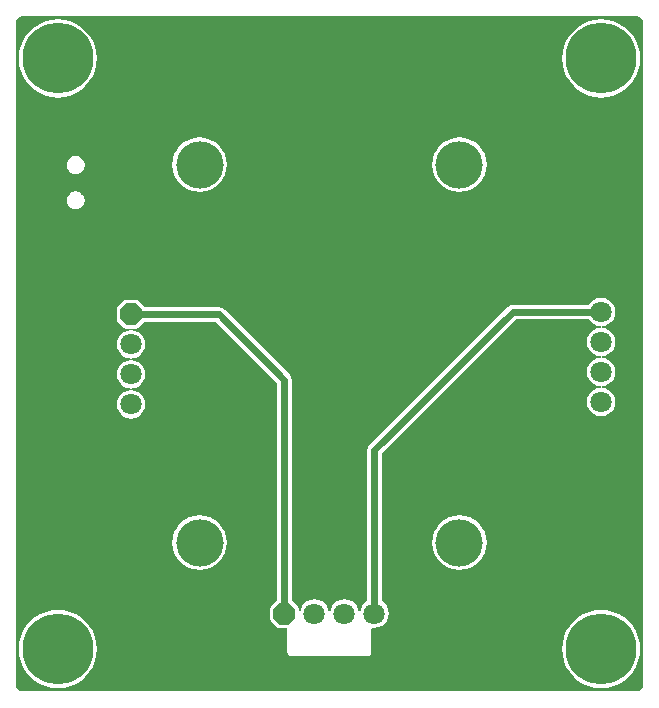
<source format=gbl>
G04 Layer_Physical_Order=2*
G04 Layer_Color=16711680*
%FSLAX44Y44*%
%MOMM*%
G71*
G01*
G75*
%ADD15C,0.6000*%
%ADD16C,6.0000*%
%ADD17C,1.8000*%
%ADD18P,1.9483X8X292.5*%
%ADD19P,1.9483X8X22.5*%
%ADD20C,4.0000*%
G36*
X537186Y585278D02*
X539040Y584040D01*
X540278Y582186D01*
X540680Y580167D01*
X540646Y580000D01*
Y20000D01*
X540680Y19833D01*
X540278Y17814D01*
X539040Y15960D01*
X537186Y14722D01*
X536199Y14526D01*
X535000Y14354D01*
Y14354D01*
X15000D01*
X14833Y14320D01*
X12814Y14722D01*
X10961Y15960D01*
X9722Y17814D01*
X9526Y18801D01*
X9354Y20000D01*
X9354D01*
Y580000D01*
X9320Y580167D01*
X9722Y582186D01*
X10961Y584040D01*
X12814Y585278D01*
X14833Y585680D01*
X15000Y585646D01*
X535000D01*
X535167Y585680D01*
X537186Y585278D01*
D02*
G37*
%LPC*%
G36*
X165000Y163111D02*
X160491Y162667D01*
X156156Y161352D01*
X152160Y159216D01*
X148658Y156342D01*
X145784Y152840D01*
X143648Y148844D01*
X142333Y144509D01*
X141889Y140000D01*
X142333Y135491D01*
X143648Y131156D01*
X145784Y127160D01*
X148658Y123658D01*
X152160Y120784D01*
X156156Y118648D01*
X160491Y117333D01*
X165000Y116889D01*
X169509Y117333D01*
X173844Y118648D01*
X177840Y120784D01*
X181342Y123658D01*
X184216Y127160D01*
X186352Y131156D01*
X187667Y135491D01*
X188111Y140000D01*
X187667Y144509D01*
X186352Y148844D01*
X184216Y152840D01*
X181342Y156342D01*
X177840Y159216D01*
X173844Y161352D01*
X169509Y162667D01*
X165000Y163111D01*
D02*
G37*
G36*
X385000D02*
X380491Y162667D01*
X376156Y161352D01*
X372160Y159216D01*
X368658Y156342D01*
X365784Y152840D01*
X363648Y148844D01*
X362333Y144509D01*
X361889Y140000D01*
X362333Y135491D01*
X363648Y131156D01*
X365784Y127160D01*
X368658Y123658D01*
X372160Y120784D01*
X376156Y118648D01*
X380491Y117333D01*
X385000Y116889D01*
X389509Y117333D01*
X393844Y118648D01*
X397840Y120784D01*
X401342Y123658D01*
X404216Y127160D01*
X406352Y131156D01*
X407667Y135491D01*
X408111Y140000D01*
X407667Y144509D01*
X406352Y148844D01*
X404216Y152840D01*
X401342Y156342D01*
X397840Y159216D01*
X393844Y161352D01*
X389509Y162667D01*
X385000Y163111D01*
D02*
G37*
G36*
X505000Y347504D02*
X501867Y347091D01*
X498948Y345882D01*
X496441Y343959D01*
X494568Y341517D01*
X430400D01*
X428059Y341052D01*
X426074Y339726D01*
X308774Y222426D01*
X307448Y220441D01*
X306982Y218100D01*
Y90431D01*
X304541Y88559D01*
X302618Y86052D01*
X301409Y83133D01*
X301116Y80905D01*
X301040Y80334D01*
X299760D01*
X299684Y80905D01*
X299391Y83133D01*
X298182Y86052D01*
X296259Y88559D01*
X293752Y90482D01*
X290833Y91691D01*
X287700Y92104D01*
X284567Y91691D01*
X281648Y90482D01*
X279142Y88559D01*
X277218Y86052D01*
X276009Y83133D01*
X275716Y80905D01*
X275640Y80334D01*
X274360D01*
X274284Y80905D01*
X273991Y83133D01*
X272782Y86052D01*
X270858Y88559D01*
X268352Y90482D01*
X265433Y91691D01*
X262300Y92104D01*
X259167Y91691D01*
X256248Y90482D01*
X253741Y88559D01*
X251818Y86052D01*
X250609Y83133D01*
X250362Y81255D01*
X249656Y80910D01*
X249029Y80862D01*
X248959Y80944D01*
Y84500D01*
X248959Y84500D01*
X248726Y85670D01*
X248063Y86663D01*
X243563Y91163D01*
X243018Y91527D01*
Y278100D01*
X242552Y280441D01*
X241226Y282426D01*
X185976Y337676D01*
X183991Y339002D01*
X181650Y339468D01*
X118527D01*
X118163Y340013D01*
X113663Y344513D01*
X112670Y345176D01*
X111500Y345409D01*
X102500D01*
X102500Y345409D01*
X101329Y345176D01*
X100337Y344513D01*
X95837Y340013D01*
X95174Y339021D01*
X94941Y337850D01*
Y328850D01*
X94941Y328850D01*
X95174Y327679D01*
X95837Y326687D01*
X100337Y322187D01*
X101329Y321524D01*
X102500Y321291D01*
X106671D01*
X106755Y320021D01*
X106038Y319927D01*
X103867Y319641D01*
X100948Y318432D01*
X98441Y316509D01*
X96518Y314002D01*
X95309Y311083D01*
X94896Y307950D01*
X95309Y304817D01*
X96518Y301898D01*
X98441Y299391D01*
X100948Y297468D01*
X103867Y296259D01*
X106095Y295966D01*
X106666Y295890D01*
Y294610D01*
X106095Y294534D01*
X103867Y294241D01*
X100948Y293032D01*
X98441Y291108D01*
X96518Y288602D01*
X95309Y285683D01*
X94896Y282550D01*
X95309Y279417D01*
X96518Y276498D01*
X98441Y273992D01*
X100948Y272068D01*
X103867Y270859D01*
X106095Y270566D01*
X106666Y270490D01*
Y269210D01*
X106095Y269134D01*
X103867Y268841D01*
X100948Y267632D01*
X98441Y265709D01*
X96518Y263202D01*
X95309Y260283D01*
X94896Y257150D01*
X95309Y254017D01*
X96518Y251098D01*
X98441Y248591D01*
X100948Y246668D01*
X103867Y245459D01*
X107000Y245047D01*
X110133Y245459D01*
X113052Y246668D01*
X115559Y248591D01*
X117482Y251098D01*
X118691Y254017D01*
X119103Y257150D01*
X118691Y260283D01*
X117482Y263202D01*
X115559Y265709D01*
X113052Y267632D01*
X110133Y268841D01*
X107905Y269134D01*
X107334Y269210D01*
Y270490D01*
X107905Y270566D01*
X110133Y270859D01*
X113052Y272068D01*
X115559Y273992D01*
X117482Y276498D01*
X118691Y279417D01*
X119103Y282550D01*
X118691Y285683D01*
X117482Y288602D01*
X115559Y291108D01*
X113052Y293032D01*
X110133Y294241D01*
X107905Y294534D01*
X107334Y294610D01*
Y295890D01*
X107905Y295966D01*
X110133Y296259D01*
X113052Y297468D01*
X115559Y299391D01*
X117482Y301898D01*
X118691Y304817D01*
X119103Y307950D01*
X118691Y311083D01*
X117482Y314002D01*
X115559Y316509D01*
X113052Y318432D01*
X110133Y319641D01*
X107962Y319927D01*
X107245Y320021D01*
X107329Y321291D01*
X111500D01*
X111500Y321291D01*
X112670Y321524D01*
X113663Y322187D01*
X118163Y326687D01*
X118527Y327233D01*
X179116D01*
X230783Y275566D01*
Y91527D01*
X230237Y91163D01*
X225737Y86663D01*
X225074Y85670D01*
X224841Y84500D01*
Y75500D01*
X224841Y75500D01*
X225074Y74330D01*
X225737Y73337D01*
X230237Y68837D01*
X231229Y68174D01*
X232400Y67941D01*
X238833D01*
X239441Y67200D01*
Y47200D01*
X239674Y46029D01*
X240337Y45037D01*
X241329Y44374D01*
X242500Y44141D01*
X307500D01*
X308671Y44374D01*
X309663Y45037D01*
X310326Y46029D01*
X310559Y47200D01*
Y66950D01*
X311352Y68046D01*
X311418Y68118D01*
X313100Y67896D01*
X316233Y68309D01*
X319152Y69518D01*
X321659Y71441D01*
X323582Y73948D01*
X324791Y76867D01*
X325204Y80000D01*
X324791Y83133D01*
X323582Y86052D01*
X321659Y88559D01*
X319217Y90431D01*
Y215566D01*
X432934Y329282D01*
X494568D01*
X496441Y326842D01*
X498948Y324918D01*
X501867Y323709D01*
X504095Y323416D01*
X504666Y323340D01*
Y322060D01*
X504095Y321984D01*
X501867Y321691D01*
X498948Y320482D01*
X496441Y318559D01*
X494518Y316052D01*
X493309Y313133D01*
X492896Y310000D01*
X493309Y306867D01*
X494518Y303948D01*
X496441Y301441D01*
X498948Y299518D01*
X501867Y298309D01*
X504095Y298016D01*
X504666Y297940D01*
Y296660D01*
X504095Y296584D01*
X501867Y296291D01*
X498948Y295082D01*
X496441Y293158D01*
X494518Y290652D01*
X493309Y287733D01*
X492896Y284600D01*
X493309Y281467D01*
X494518Y278548D01*
X496441Y276042D01*
X498948Y274118D01*
X501867Y272909D01*
X504095Y272616D01*
X504666Y272540D01*
Y271260D01*
X504095Y271184D01*
X501867Y270891D01*
X498948Y269682D01*
X496441Y267759D01*
X494518Y265252D01*
X493309Y262333D01*
X492896Y259200D01*
X493309Y256067D01*
X494518Y253148D01*
X496441Y250641D01*
X498948Y248718D01*
X501867Y247509D01*
X505000Y247097D01*
X508133Y247509D01*
X511052Y248718D01*
X513559Y250641D01*
X515482Y253148D01*
X516691Y256067D01*
X517104Y259200D01*
X516691Y262333D01*
X515482Y265252D01*
X513559Y267759D01*
X511052Y269682D01*
X508133Y270891D01*
X505905Y271184D01*
X505334Y271260D01*
Y272540D01*
X505905Y272616D01*
X508133Y272909D01*
X511052Y274118D01*
X513559Y276042D01*
X515482Y278548D01*
X516691Y281467D01*
X517104Y284600D01*
X516691Y287733D01*
X515482Y290652D01*
X513559Y293158D01*
X511052Y295082D01*
X508133Y296291D01*
X505905Y296584D01*
X505334Y296660D01*
Y297940D01*
X505905Y298016D01*
X508133Y298309D01*
X511052Y299518D01*
X513559Y301441D01*
X515482Y303948D01*
X516691Y306867D01*
X517104Y310000D01*
X516691Y313133D01*
X515482Y316052D01*
X513559Y318559D01*
X511052Y320482D01*
X508133Y321691D01*
X505905Y321984D01*
X505334Y322060D01*
Y323340D01*
X505905Y323416D01*
X508133Y323709D01*
X511052Y324918D01*
X513559Y326842D01*
X515482Y329348D01*
X516691Y332267D01*
X517104Y335400D01*
X516691Y338533D01*
X515482Y341452D01*
X513559Y343959D01*
X511052Y345882D01*
X508133Y347091D01*
X505000Y347504D01*
D02*
G37*
G36*
X45000Y83102D02*
X39822Y82695D01*
X34771Y81482D01*
X29972Y79494D01*
X25543Y76780D01*
X21593Y73407D01*
X18220Y69457D01*
X15506Y65028D01*
X13518Y60229D01*
X12306Y55178D01*
X11898Y50000D01*
X12306Y44822D01*
X13518Y39771D01*
X15506Y34972D01*
X18220Y30543D01*
X21593Y26593D01*
X25543Y23220D01*
X29972Y20506D01*
X34771Y18518D01*
X39822Y17306D01*
X45000Y16898D01*
X50178Y17306D01*
X55229Y18518D01*
X60028Y20506D01*
X64457Y23220D01*
X68407Y26593D01*
X71780Y30543D01*
X74494Y34972D01*
X76482Y39771D01*
X77695Y44822D01*
X78102Y50000D01*
X77695Y55178D01*
X76482Y60229D01*
X74494Y65028D01*
X71780Y69457D01*
X68407Y73407D01*
X64457Y76780D01*
X60028Y79494D01*
X55229Y81482D01*
X50178Y82695D01*
X45000Y83102D01*
D02*
G37*
G36*
X505000D02*
X499822Y82695D01*
X494771Y81482D01*
X489972Y79494D01*
X485543Y76780D01*
X481593Y73407D01*
X478220Y69457D01*
X475506Y65028D01*
X473518Y60229D01*
X472305Y55178D01*
X471898Y50000D01*
X472305Y44822D01*
X473518Y39771D01*
X475506Y34972D01*
X478220Y30543D01*
X481593Y26593D01*
X485543Y23220D01*
X489972Y20506D01*
X494771Y18518D01*
X499822Y17306D01*
X505000Y16898D01*
X510178Y17306D01*
X515229Y18518D01*
X520028Y20506D01*
X524457Y23220D01*
X528407Y26593D01*
X531780Y30543D01*
X534494Y34972D01*
X536482Y39771D01*
X537695Y44822D01*
X538102Y50000D01*
X537695Y55178D01*
X536482Y60229D01*
X534494Y65028D01*
X531780Y69457D01*
X528407Y73407D01*
X524457Y76780D01*
X520028Y79494D01*
X515229Y81482D01*
X510178Y82695D01*
X505000Y83102D01*
D02*
G37*
G36*
X60597Y437348D02*
X59403D01*
X57648Y436999D01*
X56545Y436542D01*
X55056Y435548D01*
X54212Y434704D01*
X53218Y433215D01*
X52761Y432113D01*
X52412Y430357D01*
Y430056D01*
X52353Y429760D01*
X52412Y429464D01*
Y429163D01*
X52761Y427407D01*
X53218Y426305D01*
X54212Y424816D01*
X55056Y423972D01*
X56545Y422978D01*
X57648Y422521D01*
X59403Y422172D01*
X60597D01*
X62352Y422521D01*
X63455Y422978D01*
X64944Y423972D01*
X65788Y424816D01*
X66782Y426305D01*
X67239Y427407D01*
X67588Y429163D01*
Y429464D01*
X67647Y429760D01*
X67588Y430056D01*
Y430357D01*
X67239Y432113D01*
X66782Y433215D01*
X65788Y434704D01*
X64944Y435548D01*
X63455Y436542D01*
X62353Y436999D01*
X60597Y437348D01*
D02*
G37*
G36*
X45000Y583102D02*
X39822Y582695D01*
X34771Y581482D01*
X29972Y579494D01*
X25543Y576780D01*
X21593Y573407D01*
X18220Y569457D01*
X15506Y565028D01*
X13518Y560229D01*
X12306Y555178D01*
X11898Y550000D01*
X12306Y544822D01*
X13518Y539771D01*
X15506Y534972D01*
X18220Y530543D01*
X21593Y526593D01*
X25543Y523220D01*
X29972Y520506D01*
X34771Y518518D01*
X39822Y517305D01*
X45000Y516898D01*
X50178Y517305D01*
X55229Y518518D01*
X60028Y520506D01*
X64457Y523220D01*
X68407Y526593D01*
X71780Y530543D01*
X74494Y534972D01*
X76482Y539771D01*
X77695Y544822D01*
X78102Y550000D01*
X77695Y555178D01*
X76482Y560229D01*
X74494Y565028D01*
X71780Y569457D01*
X68407Y573407D01*
X64457Y576780D01*
X60028Y579494D01*
X55229Y581482D01*
X50178Y582695D01*
X45000Y583102D01*
D02*
G37*
G36*
X505000D02*
X499822Y582695D01*
X494771Y581482D01*
X489972Y579494D01*
X485543Y576780D01*
X481593Y573407D01*
X478220Y569457D01*
X475506Y565028D01*
X473518Y560229D01*
X472305Y555178D01*
X471898Y550000D01*
X472305Y544822D01*
X473518Y539771D01*
X475506Y534972D01*
X478220Y530543D01*
X481593Y526593D01*
X485543Y523220D01*
X489972Y520506D01*
X494771Y518518D01*
X499822Y517305D01*
X505000Y516898D01*
X510178Y517305D01*
X515229Y518518D01*
X520028Y520506D01*
X524457Y523220D01*
X528407Y526593D01*
X531780Y530543D01*
X534494Y534972D01*
X536482Y539771D01*
X537695Y544822D01*
X538102Y550000D01*
X537695Y555178D01*
X536482Y560229D01*
X534494Y565028D01*
X531780Y569457D01*
X528407Y573407D01*
X524457Y576780D01*
X520028Y579494D01*
X515229Y581482D01*
X510178Y582695D01*
X505000Y583102D01*
D02*
G37*
G36*
X60597Y467348D02*
X59403D01*
X57648Y466999D01*
X56545Y466542D01*
X55056Y465548D01*
X54212Y464704D01*
X53218Y463215D01*
X52761Y462113D01*
X52412Y460357D01*
Y460056D01*
X52353Y459760D01*
X52412Y459464D01*
Y459163D01*
X52761Y457407D01*
X53218Y456305D01*
X54212Y454816D01*
X55056Y453972D01*
X56545Y452978D01*
X57648Y452521D01*
X59403Y452172D01*
X60597D01*
X62352Y452521D01*
X63455Y452978D01*
X64944Y453972D01*
X65788Y454816D01*
X66782Y456305D01*
X67239Y457407D01*
X67588Y459163D01*
Y459464D01*
X67647Y459760D01*
X67588Y460056D01*
Y460357D01*
X67239Y462113D01*
X66782Y463215D01*
X65788Y464704D01*
X64944Y465548D01*
X63455Y466542D01*
X62353Y466999D01*
X60597Y467348D01*
D02*
G37*
G36*
X165000Y483111D02*
X160491Y482667D01*
X156156Y481352D01*
X152160Y479216D01*
X148658Y476342D01*
X145784Y472840D01*
X143648Y468844D01*
X142333Y464509D01*
X141889Y460000D01*
X142333Y455491D01*
X143648Y451156D01*
X145784Y447160D01*
X148658Y443658D01*
X152160Y440784D01*
X156156Y438648D01*
X160491Y437333D01*
X165000Y436889D01*
X169509Y437333D01*
X173844Y438648D01*
X177840Y440784D01*
X181342Y443658D01*
X184216Y447160D01*
X186352Y451156D01*
X187667Y455491D01*
X188111Y460000D01*
X187667Y464509D01*
X186352Y468844D01*
X184216Y472840D01*
X181342Y476342D01*
X177840Y479216D01*
X173844Y481352D01*
X169509Y482667D01*
X165000Y483111D01*
D02*
G37*
G36*
X385000D02*
X380491Y482667D01*
X376156Y481352D01*
X372160Y479216D01*
X368658Y476342D01*
X365784Y472840D01*
X363648Y468844D01*
X362333Y464509D01*
X361889Y460000D01*
X362333Y455491D01*
X363648Y451156D01*
X365784Y447160D01*
X368658Y443658D01*
X372160Y440784D01*
X376156Y438648D01*
X380491Y437333D01*
X385000Y436889D01*
X389509Y437333D01*
X393844Y438648D01*
X397840Y440784D01*
X401342Y443658D01*
X404216Y447160D01*
X406352Y451156D01*
X407667Y455491D01*
X408111Y460000D01*
X407667Y464509D01*
X406352Y468844D01*
X404216Y472840D01*
X401342Y476342D01*
X397840Y479216D01*
X393844Y481352D01*
X389509Y482667D01*
X385000Y483111D01*
D02*
G37*
%LPD*%
D15*
X430400Y335400D02*
X505000D01*
X313100Y218100D02*
X430400Y335400D01*
X313100Y80000D02*
Y218100D01*
X107000Y333350D02*
X181650D01*
X236900Y278100D01*
Y80000D02*
Y278100D01*
D16*
X505000Y550000D02*
D03*
X45000D02*
D03*
Y50000D02*
D03*
X505000D02*
D03*
D17*
Y335400D02*
D03*
Y259200D02*
D03*
Y284600D02*
D03*
Y310000D02*
D03*
X107000Y307950D02*
D03*
Y282550D02*
D03*
Y257150D02*
D03*
X313100Y80000D02*
D03*
X287700D02*
D03*
X262300D02*
D03*
D18*
X107000Y333350D02*
D03*
D19*
X236900Y80000D02*
D03*
D20*
X165000Y460000D02*
D03*
Y140000D02*
D03*
X385000D02*
D03*
Y460000D02*
D03*
M02*

</source>
